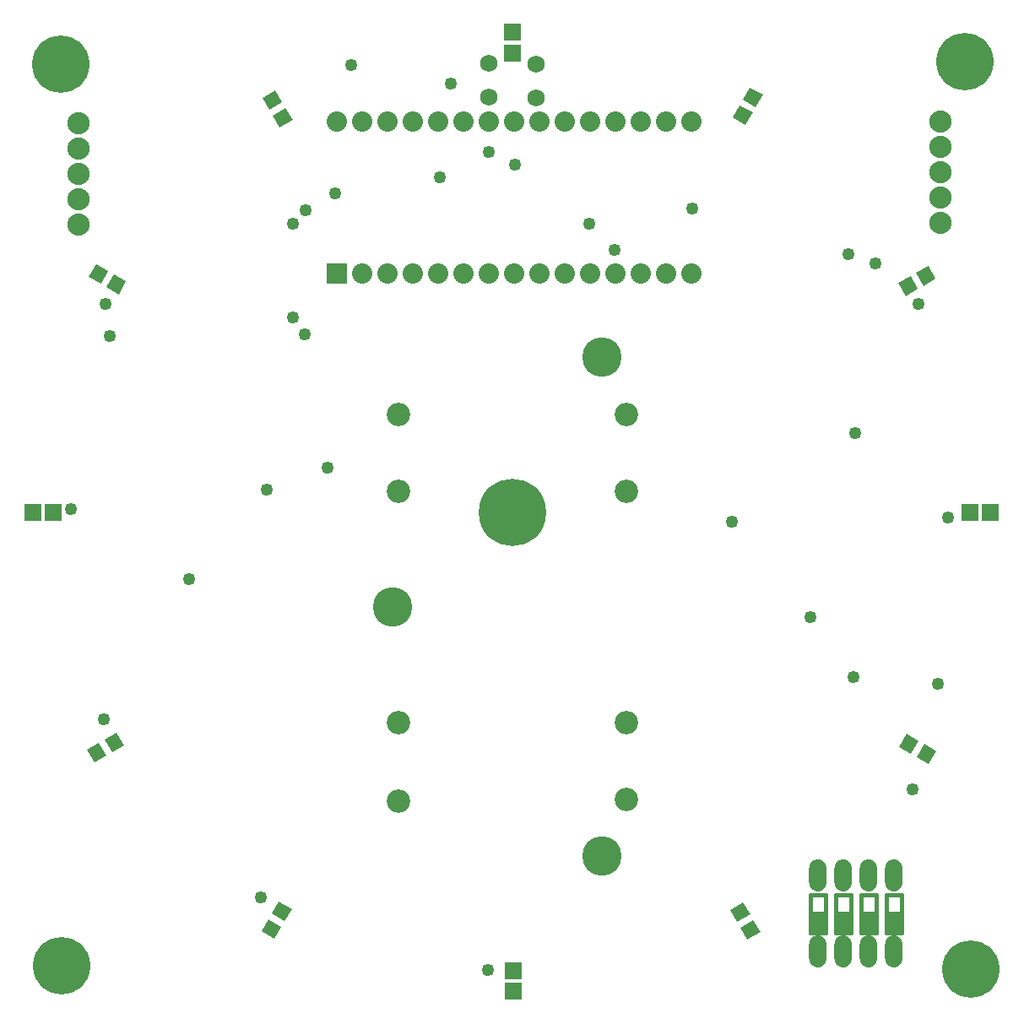
<source format=gbs>
G04 MADE WITH FRITZING*
G04 WWW.FRITZING.ORG*
G04 DOUBLE SIDED*
G04 HOLES PLATED*
G04 CONTOUR ON CENTER OF CONTOUR VECTOR*
%ASAXBY*%
%FSLAX23Y23*%
%MOIN*%
%OFA0B0*%
%SFA1.0B1.0*%
%ADD10C,0.049370*%
%ADD11C,0.068189*%
%ADD12C,0.069055*%
%ADD13C,0.080000*%
%ADD14C,0.092677*%
%ADD15C,0.265905*%
%ADD16C,0.155669*%
%ADD17C,0.226535*%
%ADD18C,0.214724*%
%ADD19C,0.088000*%
%ADD20R,0.050000X0.025000*%
%ADD21R,0.080000X0.079972*%
%ADD22R,0.069055X0.065118*%
%ADD23R,0.065118X0.069055*%
%ADD24C,0.018000*%
%ADD25C,0.010000*%
%ADD26R,0.001000X0.001000*%
%LNMASK0*%
G90*
G70*
G54D10*
X3547Y878D03*
X1721Y3663D03*
X995Y2059D03*
X1236Y2148D03*
G54D11*
X3172Y236D03*
X3272Y236D03*
X3372Y236D03*
X3472Y236D03*
X3472Y536D03*
X3372Y536D03*
X3272Y536D03*
X3172Y536D03*
X3172Y236D03*
X3272Y236D03*
X3372Y236D03*
X3472Y236D03*
X3472Y536D03*
X3372Y536D03*
X3272Y536D03*
X3172Y536D03*
G54D10*
X1328Y3737D03*
G54D12*
X1873Y3745D03*
X1873Y3611D03*
X1873Y3745D03*
X1873Y3611D03*
X2058Y3741D03*
X2058Y3607D03*
X2058Y3741D03*
X2058Y3607D03*
G54D13*
X1273Y2914D03*
X1373Y2914D03*
X1473Y2914D03*
X1573Y2914D03*
X1673Y2914D03*
X1773Y2914D03*
X1873Y2914D03*
X1973Y2914D03*
X2073Y2914D03*
X2173Y2914D03*
X2273Y2914D03*
X2373Y2914D03*
X2473Y2914D03*
X2573Y2914D03*
X2673Y2914D03*
X1273Y3514D03*
X1373Y3514D03*
X1473Y3514D03*
X1573Y3514D03*
X1673Y3514D03*
X1773Y3514D03*
X1873Y3514D03*
X1973Y3514D03*
X2073Y3514D03*
X2173Y3514D03*
X2273Y3514D03*
X2373Y3514D03*
X2473Y3514D03*
X2573Y3514D03*
X2673Y3514D03*
G54D10*
X1870Y165D03*
X973Y450D03*
X351Y1153D03*
X358Y2792D03*
X377Y2666D03*
X688Y1708D03*
X223Y1982D03*
X1100Y2739D03*
X1147Y2672D03*
X1150Y3165D03*
X1100Y3110D03*
X2269Y3110D03*
X2675Y3169D03*
X3141Y1556D03*
X2370Y3008D03*
X3398Y2954D03*
X3569Y2794D03*
X3644Y1294D03*
X3685Y1949D03*
X3313Y1319D03*
X3292Y2989D03*
X3320Y2285D03*
X2832Y1934D03*
X1678Y3293D03*
X1975Y3345D03*
X1267Y3230D03*
X1873Y3392D03*
G54D14*
X2415Y2358D03*
X2415Y2055D03*
X1515Y2055D03*
X1515Y2358D03*
X1515Y829D03*
X1515Y1140D03*
X2415Y1140D03*
X2415Y837D03*
G54D15*
X1965Y1971D03*
G54D16*
X2319Y2582D03*
X1492Y1597D03*
X2319Y613D03*
G54D17*
X184Y181D03*
X3751Y3749D03*
X183Y3741D03*
X3776Y167D03*
G54D18*
X1969Y1971D03*
G54D19*
X252Y3106D03*
X252Y3206D03*
X252Y3306D03*
X252Y3406D03*
X252Y3506D03*
X3657Y3114D03*
X3657Y3214D03*
X3657Y3314D03*
X3657Y3414D03*
X3657Y3514D03*
G54D20*
X3472Y379D03*
X3472Y354D03*
X3472Y329D03*
X3372Y379D03*
X3372Y354D03*
X3372Y329D03*
X3272Y379D03*
X3272Y354D03*
X3272Y329D03*
X3172Y379D03*
X3172Y354D03*
X3172Y329D03*
G54D21*
X1273Y2914D03*
G54D22*
X1966Y3866D03*
X1966Y3785D03*
G54D23*
X71Y1969D03*
X151Y1969D03*
X3852Y1970D03*
X3771Y1970D03*
G54D22*
X1969Y79D03*
X1969Y160D03*
G54D24*
X3442Y461D02*
X3442Y311D01*
D02*
X3442Y461D02*
X3502Y461D01*
D02*
X3502Y311D02*
X3502Y461D01*
D02*
X3502Y311D02*
X3442Y311D01*
D02*
X3342Y461D02*
X3342Y311D01*
D02*
X3342Y461D02*
X3402Y461D01*
D02*
X3402Y311D02*
X3402Y461D01*
D02*
X3402Y311D02*
X3342Y311D01*
D02*
X3242Y461D02*
X3242Y311D01*
D02*
X3242Y461D02*
X3302Y461D01*
D02*
X3302Y311D02*
X3302Y461D01*
D02*
X3302Y311D02*
X3242Y311D01*
D02*
X3142Y461D02*
X3142Y311D01*
D02*
X3142Y461D02*
X3202Y461D01*
D02*
X3202Y311D02*
X3202Y461D01*
D02*
X3202Y311D02*
X3142Y311D01*
G54D25*
G36*
X293Y2899D02*
X322Y2950D01*
X370Y2923D01*
X341Y2872D01*
X293Y2899D01*
G37*
D02*
G36*
X363Y2859D02*
X392Y2910D01*
X440Y2883D01*
X411Y2831D01*
X363Y2859D01*
G37*
D02*
G36*
X2903Y3648D02*
X2954Y3619D01*
X2927Y3571D01*
X2876Y3600D01*
X2903Y3648D01*
G37*
D02*
G36*
X2863Y3578D02*
X2914Y3549D01*
X2886Y3501D01*
X2835Y3530D01*
X2863Y3578D01*
G37*
D02*
G36*
X3608Y2944D02*
X3637Y2893D01*
X3589Y2865D01*
X3560Y2917D01*
X3608Y2944D01*
G37*
D02*
G36*
X3538Y2904D02*
X3567Y2853D01*
X3519Y2825D01*
X3490Y2876D01*
X3538Y2904D01*
G37*
D02*
G36*
X315Y982D02*
X285Y1033D01*
X333Y1060D01*
X363Y1009D01*
X315Y982D01*
G37*
D02*
G36*
X385Y1022D02*
X355Y1073D01*
X403Y1101D01*
X433Y1050D01*
X385Y1022D01*
G37*
D02*
G36*
X1026Y286D02*
X975Y316D01*
X1002Y364D01*
X1053Y334D01*
X1026Y286D01*
G37*
D02*
G36*
X1066Y356D02*
X1015Y386D01*
X1043Y434D01*
X1094Y404D01*
X1066Y356D01*
G37*
D02*
G36*
X2944Y312D02*
X2893Y283D01*
X2865Y331D01*
X2917Y360D01*
X2944Y312D01*
G37*
D02*
G36*
X2904Y382D02*
X2853Y353D01*
X2825Y400D01*
X2876Y430D01*
X2904Y382D01*
G37*
D02*
G36*
X979Y3608D02*
X1030Y3638D01*
X1057Y3590D01*
X1006Y3561D01*
X979Y3608D01*
G37*
D02*
G36*
X1019Y3538D02*
X1070Y3568D01*
X1098Y3520D01*
X1046Y3491D01*
X1019Y3538D01*
G37*
D02*
G36*
X3639Y1028D02*
X3609Y977D01*
X3562Y1004D01*
X3591Y1056D01*
X3639Y1028D01*
G37*
D02*
G36*
X3569Y1068D02*
X3539Y1017D01*
X3492Y1045D01*
X3521Y1096D01*
X3569Y1068D01*
G37*
D02*
G54D26*
X3165Y599D02*
X3177Y599D01*
X3265Y599D02*
X3277Y599D01*
X3365Y599D02*
X3377Y599D01*
X3465Y599D02*
X3477Y599D01*
X3161Y598D02*
X3181Y598D01*
X3261Y598D02*
X3281Y598D01*
X3361Y598D02*
X3381Y598D01*
X3461Y598D02*
X3481Y598D01*
X3158Y597D02*
X3184Y597D01*
X3258Y597D02*
X3284Y597D01*
X3358Y597D02*
X3384Y597D01*
X3458Y597D02*
X3484Y597D01*
X3156Y596D02*
X3186Y596D01*
X3256Y596D02*
X3286Y596D01*
X3356Y596D02*
X3386Y596D01*
X3456Y596D02*
X3486Y596D01*
X3154Y595D02*
X3188Y595D01*
X3254Y595D02*
X3288Y595D01*
X3354Y595D02*
X3388Y595D01*
X3454Y595D02*
X3488Y595D01*
X3153Y594D02*
X3189Y594D01*
X3253Y594D02*
X3289Y594D01*
X3353Y594D02*
X3389Y594D01*
X3453Y594D02*
X3489Y594D01*
X3151Y593D02*
X3191Y593D01*
X3251Y593D02*
X3291Y593D01*
X3351Y593D02*
X3391Y593D01*
X3451Y593D02*
X3491Y593D01*
X3150Y592D02*
X3192Y592D01*
X3250Y592D02*
X3292Y592D01*
X3350Y592D02*
X3392Y592D01*
X3450Y592D02*
X3492Y592D01*
X3149Y591D02*
X3193Y591D01*
X3249Y591D02*
X3293Y591D01*
X3349Y591D02*
X3393Y591D01*
X3449Y591D02*
X3493Y591D01*
X3148Y590D02*
X3194Y590D01*
X3248Y590D02*
X3294Y590D01*
X3348Y590D02*
X3394Y590D01*
X3448Y590D02*
X3494Y590D01*
X3147Y589D02*
X3195Y589D01*
X3247Y589D02*
X3295Y589D01*
X3347Y589D02*
X3395Y589D01*
X3447Y589D02*
X3495Y589D01*
X3146Y588D02*
X3196Y588D01*
X3246Y588D02*
X3296Y588D01*
X3346Y588D02*
X3396Y588D01*
X3446Y588D02*
X3496Y588D01*
X3145Y587D02*
X3197Y587D01*
X3245Y587D02*
X3297Y587D01*
X3345Y587D02*
X3397Y587D01*
X3445Y587D02*
X3497Y587D01*
X3144Y586D02*
X3198Y586D01*
X3244Y586D02*
X3298Y586D01*
X3344Y586D02*
X3398Y586D01*
X3444Y586D02*
X3498Y586D01*
X3144Y585D02*
X3199Y585D01*
X3244Y585D02*
X3299Y585D01*
X3344Y585D02*
X3399Y585D01*
X3444Y585D02*
X3499Y585D01*
X3143Y584D02*
X3199Y584D01*
X3243Y584D02*
X3299Y584D01*
X3343Y584D02*
X3399Y584D01*
X3443Y584D02*
X3499Y584D01*
X3142Y583D02*
X3200Y583D01*
X3242Y583D02*
X3300Y583D01*
X3342Y583D02*
X3400Y583D01*
X3442Y583D02*
X3500Y583D01*
X3142Y582D02*
X3200Y582D01*
X3242Y582D02*
X3300Y582D01*
X3342Y582D02*
X3400Y582D01*
X3442Y582D02*
X3500Y582D01*
X3141Y581D02*
X3201Y581D01*
X3241Y581D02*
X3301Y581D01*
X3341Y581D02*
X3401Y581D01*
X3441Y581D02*
X3501Y581D01*
X3141Y580D02*
X3201Y580D01*
X3241Y580D02*
X3301Y580D01*
X3341Y580D02*
X3401Y580D01*
X3441Y580D02*
X3501Y580D01*
X3140Y579D02*
X3202Y579D01*
X3240Y579D02*
X3302Y579D01*
X3340Y579D02*
X3402Y579D01*
X3440Y579D02*
X3502Y579D01*
X3140Y578D02*
X3202Y578D01*
X3240Y578D02*
X3302Y578D01*
X3340Y578D02*
X3402Y578D01*
X3440Y578D02*
X3502Y578D01*
X3140Y577D02*
X3203Y577D01*
X3240Y577D02*
X3303Y577D01*
X3340Y577D02*
X3403Y577D01*
X3440Y577D02*
X3503Y577D01*
X3139Y576D02*
X3203Y576D01*
X3239Y576D02*
X3303Y576D01*
X3339Y576D02*
X3403Y576D01*
X3439Y576D02*
X3503Y576D01*
X3139Y575D02*
X3203Y575D01*
X3239Y575D02*
X3303Y575D01*
X3339Y575D02*
X3403Y575D01*
X3439Y575D02*
X3503Y575D01*
X3139Y574D02*
X3204Y574D01*
X3239Y574D02*
X3304Y574D01*
X3339Y574D02*
X3404Y574D01*
X3439Y574D02*
X3504Y574D01*
X3138Y573D02*
X3204Y573D01*
X3238Y573D02*
X3304Y573D01*
X3338Y573D02*
X3404Y573D01*
X3438Y573D02*
X3504Y573D01*
X3138Y572D02*
X3204Y572D01*
X3238Y572D02*
X3304Y572D01*
X3338Y572D02*
X3404Y572D01*
X3438Y572D02*
X3504Y572D01*
X3138Y571D02*
X3204Y571D01*
X3238Y571D02*
X3304Y571D01*
X3338Y571D02*
X3404Y571D01*
X3438Y571D02*
X3504Y571D01*
X3138Y570D02*
X3204Y570D01*
X3238Y570D02*
X3304Y570D01*
X3338Y570D02*
X3404Y570D01*
X3438Y570D02*
X3504Y570D01*
X3138Y569D02*
X3204Y569D01*
X3238Y569D02*
X3304Y569D01*
X3338Y569D02*
X3404Y569D01*
X3438Y569D02*
X3504Y569D01*
X3138Y568D02*
X3205Y568D01*
X3238Y568D02*
X3305Y568D01*
X3338Y568D02*
X3405Y568D01*
X3438Y568D02*
X3505Y568D01*
X3138Y567D02*
X3205Y567D01*
X3238Y567D02*
X3305Y567D01*
X3338Y567D02*
X3405Y567D01*
X3438Y567D02*
X3505Y567D01*
X3137Y566D02*
X3205Y566D01*
X3237Y566D02*
X3305Y566D01*
X3337Y566D02*
X3405Y566D01*
X3437Y566D02*
X3505Y566D01*
X3137Y565D02*
X3205Y565D01*
X3237Y565D02*
X3305Y565D01*
X3337Y565D02*
X3405Y565D01*
X3437Y565D02*
X3505Y565D01*
X3137Y564D02*
X3205Y564D01*
X3237Y564D02*
X3305Y564D01*
X3337Y564D02*
X3405Y564D01*
X3437Y564D02*
X3505Y564D01*
X3137Y563D02*
X3205Y563D01*
X3237Y563D02*
X3305Y563D01*
X3337Y563D02*
X3405Y563D01*
X3437Y563D02*
X3505Y563D01*
X3137Y562D02*
X3205Y562D01*
X3237Y562D02*
X3305Y562D01*
X3337Y562D02*
X3405Y562D01*
X3437Y562D02*
X3505Y562D01*
X3137Y561D02*
X3205Y561D01*
X3237Y561D02*
X3305Y561D01*
X3337Y561D02*
X3405Y561D01*
X3437Y561D02*
X3505Y561D01*
X3137Y560D02*
X3205Y560D01*
X3237Y560D02*
X3305Y560D01*
X3337Y560D02*
X3405Y560D01*
X3437Y560D02*
X3505Y560D01*
X3137Y559D02*
X3205Y559D01*
X3237Y559D02*
X3305Y559D01*
X3337Y559D02*
X3405Y559D01*
X3437Y559D02*
X3505Y559D01*
X3137Y558D02*
X3205Y558D01*
X3237Y558D02*
X3305Y558D01*
X3337Y558D02*
X3405Y558D01*
X3437Y558D02*
X3505Y558D01*
X3137Y557D02*
X3205Y557D01*
X3237Y557D02*
X3305Y557D01*
X3337Y557D02*
X3405Y557D01*
X3437Y557D02*
X3505Y557D01*
X3137Y556D02*
X3205Y556D01*
X3237Y556D02*
X3305Y556D01*
X3337Y556D02*
X3405Y556D01*
X3437Y556D02*
X3505Y556D01*
X3137Y555D02*
X3205Y555D01*
X3237Y555D02*
X3305Y555D01*
X3337Y555D02*
X3405Y555D01*
X3437Y555D02*
X3505Y555D01*
X3137Y554D02*
X3205Y554D01*
X3237Y554D02*
X3305Y554D01*
X3337Y554D02*
X3405Y554D01*
X3437Y554D02*
X3505Y554D01*
X3137Y553D02*
X3205Y553D01*
X3237Y553D02*
X3305Y553D01*
X3337Y553D02*
X3405Y553D01*
X3437Y553D02*
X3505Y553D01*
X3137Y552D02*
X3205Y552D01*
X3237Y552D02*
X3305Y552D01*
X3337Y552D02*
X3405Y552D01*
X3437Y552D02*
X3505Y552D01*
X3137Y551D02*
X3205Y551D01*
X3237Y551D02*
X3305Y551D01*
X3337Y551D02*
X3405Y551D01*
X3437Y551D02*
X3505Y551D01*
X3137Y550D02*
X3166Y550D01*
X3176Y550D02*
X3205Y550D01*
X3237Y550D02*
X3266Y550D01*
X3276Y550D02*
X3305Y550D01*
X3337Y550D02*
X3366Y550D01*
X3376Y550D02*
X3405Y550D01*
X3437Y550D02*
X3466Y550D01*
X3476Y550D02*
X3505Y550D01*
X3137Y549D02*
X3164Y549D01*
X3178Y549D02*
X3205Y549D01*
X3237Y549D02*
X3264Y549D01*
X3278Y549D02*
X3305Y549D01*
X3337Y549D02*
X3364Y549D01*
X3378Y549D02*
X3405Y549D01*
X3437Y549D02*
X3464Y549D01*
X3478Y549D02*
X3505Y549D01*
X3137Y548D02*
X3162Y548D01*
X3180Y548D02*
X3205Y548D01*
X3237Y548D02*
X3262Y548D01*
X3280Y548D02*
X3305Y548D01*
X3337Y548D02*
X3362Y548D01*
X3380Y548D02*
X3405Y548D01*
X3437Y548D02*
X3462Y548D01*
X3480Y548D02*
X3505Y548D01*
X3137Y547D02*
X3161Y547D01*
X3181Y547D02*
X3205Y547D01*
X3237Y547D02*
X3261Y547D01*
X3281Y547D02*
X3305Y547D01*
X3337Y547D02*
X3361Y547D01*
X3381Y547D02*
X3405Y547D01*
X3437Y547D02*
X3461Y547D01*
X3481Y547D02*
X3505Y547D01*
X3137Y546D02*
X3160Y546D01*
X3182Y546D02*
X3205Y546D01*
X3237Y546D02*
X3260Y546D01*
X3282Y546D02*
X3305Y546D01*
X3337Y546D02*
X3360Y546D01*
X3382Y546D02*
X3405Y546D01*
X3437Y546D02*
X3460Y546D01*
X3482Y546D02*
X3505Y546D01*
X3137Y545D02*
X3159Y545D01*
X3183Y545D02*
X3205Y545D01*
X3237Y545D02*
X3259Y545D01*
X3283Y545D02*
X3305Y545D01*
X3337Y545D02*
X3359Y545D01*
X3383Y545D02*
X3405Y545D01*
X3437Y545D02*
X3459Y545D01*
X3483Y545D02*
X3505Y545D01*
X3137Y544D02*
X3159Y544D01*
X3184Y544D02*
X3205Y544D01*
X3237Y544D02*
X3259Y544D01*
X3284Y544D02*
X3305Y544D01*
X3337Y544D02*
X3359Y544D01*
X3384Y544D02*
X3405Y544D01*
X3437Y544D02*
X3459Y544D01*
X3484Y544D02*
X3505Y544D01*
X3137Y543D02*
X3158Y543D01*
X3184Y543D02*
X3205Y543D01*
X3237Y543D02*
X3258Y543D01*
X3284Y543D02*
X3305Y543D01*
X3337Y543D02*
X3358Y543D01*
X3384Y543D02*
X3405Y543D01*
X3437Y543D02*
X3458Y543D01*
X3484Y543D02*
X3505Y543D01*
X3137Y542D02*
X3157Y542D01*
X3185Y542D02*
X3205Y542D01*
X3237Y542D02*
X3257Y542D01*
X3285Y542D02*
X3305Y542D01*
X3337Y542D02*
X3357Y542D01*
X3385Y542D02*
X3405Y542D01*
X3437Y542D02*
X3457Y542D01*
X3485Y542D02*
X3505Y542D01*
X3137Y541D02*
X3157Y541D01*
X3185Y541D02*
X3205Y541D01*
X3237Y541D02*
X3257Y541D01*
X3285Y541D02*
X3305Y541D01*
X3337Y541D02*
X3357Y541D01*
X3385Y541D02*
X3405Y541D01*
X3437Y541D02*
X3457Y541D01*
X3485Y541D02*
X3505Y541D01*
X3137Y540D02*
X3157Y540D01*
X3185Y540D02*
X3205Y540D01*
X3237Y540D02*
X3257Y540D01*
X3285Y540D02*
X3305Y540D01*
X3337Y540D02*
X3357Y540D01*
X3385Y540D02*
X3405Y540D01*
X3437Y540D02*
X3457Y540D01*
X3485Y540D02*
X3505Y540D01*
X3137Y539D02*
X3157Y539D01*
X3185Y539D02*
X3205Y539D01*
X3237Y539D02*
X3257Y539D01*
X3285Y539D02*
X3305Y539D01*
X3337Y539D02*
X3357Y539D01*
X3385Y539D02*
X3405Y539D01*
X3437Y539D02*
X3457Y539D01*
X3485Y539D02*
X3505Y539D01*
X3137Y538D02*
X3157Y538D01*
X3186Y538D02*
X3205Y538D01*
X3237Y538D02*
X3257Y538D01*
X3286Y538D02*
X3305Y538D01*
X3337Y538D02*
X3357Y538D01*
X3386Y538D02*
X3405Y538D01*
X3437Y538D02*
X3457Y538D01*
X3486Y538D02*
X3505Y538D01*
X3137Y537D02*
X3156Y537D01*
X3186Y537D02*
X3205Y537D01*
X3237Y537D02*
X3256Y537D01*
X3286Y537D02*
X3305Y537D01*
X3337Y537D02*
X3356Y537D01*
X3386Y537D02*
X3405Y537D01*
X3437Y537D02*
X3456Y537D01*
X3486Y537D02*
X3505Y537D01*
X3137Y536D02*
X3157Y536D01*
X3186Y536D02*
X3205Y536D01*
X3237Y536D02*
X3257Y536D01*
X3286Y536D02*
X3305Y536D01*
X3337Y536D02*
X3357Y536D01*
X3386Y536D02*
X3405Y536D01*
X3437Y536D02*
X3457Y536D01*
X3486Y536D02*
X3505Y536D01*
X3137Y535D02*
X3157Y535D01*
X3186Y535D02*
X3205Y535D01*
X3237Y535D02*
X3257Y535D01*
X3286Y535D02*
X3305Y535D01*
X3337Y535D02*
X3357Y535D01*
X3386Y535D02*
X3405Y535D01*
X3437Y535D02*
X3457Y535D01*
X3486Y535D02*
X3505Y535D01*
X3137Y534D02*
X3157Y534D01*
X3185Y534D02*
X3205Y534D01*
X3237Y534D02*
X3257Y534D01*
X3285Y534D02*
X3305Y534D01*
X3337Y534D02*
X3357Y534D01*
X3385Y534D02*
X3405Y534D01*
X3437Y534D02*
X3457Y534D01*
X3485Y534D02*
X3505Y534D01*
X3137Y533D02*
X3157Y533D01*
X3185Y533D02*
X3205Y533D01*
X3237Y533D02*
X3257Y533D01*
X3285Y533D02*
X3305Y533D01*
X3337Y533D02*
X3357Y533D01*
X3385Y533D02*
X3405Y533D01*
X3437Y533D02*
X3457Y533D01*
X3485Y533D02*
X3505Y533D01*
X3137Y532D02*
X3157Y532D01*
X3185Y532D02*
X3205Y532D01*
X3237Y532D02*
X3257Y532D01*
X3285Y532D02*
X3305Y532D01*
X3337Y532D02*
X3357Y532D01*
X3385Y532D02*
X3405Y532D01*
X3437Y532D02*
X3457Y532D01*
X3485Y532D02*
X3505Y532D01*
X3137Y531D02*
X3158Y531D01*
X3185Y531D02*
X3205Y531D01*
X3237Y531D02*
X3258Y531D01*
X3285Y531D02*
X3305Y531D01*
X3337Y531D02*
X3358Y531D01*
X3385Y531D02*
X3405Y531D01*
X3437Y531D02*
X3458Y531D01*
X3485Y531D02*
X3505Y531D01*
X3137Y530D02*
X3158Y530D01*
X3184Y530D02*
X3205Y530D01*
X3237Y530D02*
X3258Y530D01*
X3284Y530D02*
X3305Y530D01*
X3337Y530D02*
X3358Y530D01*
X3384Y530D02*
X3405Y530D01*
X3437Y530D02*
X3458Y530D01*
X3484Y530D02*
X3505Y530D01*
X3137Y529D02*
X3159Y529D01*
X3183Y529D02*
X3205Y529D01*
X3237Y529D02*
X3259Y529D01*
X3283Y529D02*
X3305Y529D01*
X3337Y529D02*
X3359Y529D01*
X3383Y529D02*
X3405Y529D01*
X3437Y529D02*
X3459Y529D01*
X3483Y529D02*
X3505Y529D01*
X3137Y528D02*
X3159Y528D01*
X3183Y528D02*
X3205Y528D01*
X3237Y528D02*
X3259Y528D01*
X3283Y528D02*
X3305Y528D01*
X3337Y528D02*
X3359Y528D01*
X3383Y528D02*
X3405Y528D01*
X3437Y528D02*
X3459Y528D01*
X3483Y528D02*
X3505Y528D01*
X3137Y527D02*
X3160Y527D01*
X3182Y527D02*
X3205Y527D01*
X3237Y527D02*
X3260Y527D01*
X3282Y527D02*
X3305Y527D01*
X3337Y527D02*
X3360Y527D01*
X3382Y527D02*
X3405Y527D01*
X3437Y527D02*
X3460Y527D01*
X3482Y527D02*
X3505Y527D01*
X3137Y526D02*
X3161Y526D01*
X3181Y526D02*
X3205Y526D01*
X3237Y526D02*
X3261Y526D01*
X3281Y526D02*
X3305Y526D01*
X3337Y526D02*
X3361Y526D01*
X3381Y526D02*
X3405Y526D01*
X3437Y526D02*
X3461Y526D01*
X3481Y526D02*
X3505Y526D01*
X3137Y525D02*
X3162Y525D01*
X3180Y525D02*
X3205Y525D01*
X3237Y525D02*
X3262Y525D01*
X3280Y525D02*
X3305Y525D01*
X3337Y525D02*
X3362Y525D01*
X3380Y525D02*
X3405Y525D01*
X3437Y525D02*
X3462Y525D01*
X3480Y525D02*
X3505Y525D01*
X3137Y524D02*
X3164Y524D01*
X3178Y524D02*
X3205Y524D01*
X3237Y524D02*
X3264Y524D01*
X3278Y524D02*
X3305Y524D01*
X3337Y524D02*
X3364Y524D01*
X3378Y524D02*
X3405Y524D01*
X3437Y524D02*
X3464Y524D01*
X3478Y524D02*
X3505Y524D01*
X3137Y523D02*
X3167Y523D01*
X3175Y523D02*
X3205Y523D01*
X3237Y523D02*
X3267Y523D01*
X3275Y523D02*
X3305Y523D01*
X3337Y523D02*
X3367Y523D01*
X3375Y523D02*
X3405Y523D01*
X3437Y523D02*
X3467Y523D01*
X3475Y523D02*
X3505Y523D01*
X3137Y522D02*
X3205Y522D01*
X3237Y522D02*
X3305Y522D01*
X3337Y522D02*
X3405Y522D01*
X3437Y522D02*
X3505Y522D01*
X3137Y521D02*
X3205Y521D01*
X3237Y521D02*
X3305Y521D01*
X3337Y521D02*
X3405Y521D01*
X3437Y521D02*
X3505Y521D01*
X3137Y520D02*
X3205Y520D01*
X3237Y520D02*
X3305Y520D01*
X3337Y520D02*
X3405Y520D01*
X3437Y520D02*
X3505Y520D01*
X3137Y519D02*
X3205Y519D01*
X3237Y519D02*
X3305Y519D01*
X3337Y519D02*
X3405Y519D01*
X3437Y519D02*
X3505Y519D01*
X3137Y518D02*
X3205Y518D01*
X3237Y518D02*
X3305Y518D01*
X3337Y518D02*
X3405Y518D01*
X3437Y518D02*
X3505Y518D01*
X3137Y517D02*
X3205Y517D01*
X3237Y517D02*
X3305Y517D01*
X3337Y517D02*
X3405Y517D01*
X3437Y517D02*
X3505Y517D01*
X3137Y516D02*
X3205Y516D01*
X3237Y516D02*
X3305Y516D01*
X3337Y516D02*
X3405Y516D01*
X3437Y516D02*
X3505Y516D01*
X3137Y515D02*
X3205Y515D01*
X3237Y515D02*
X3305Y515D01*
X3337Y515D02*
X3405Y515D01*
X3437Y515D02*
X3505Y515D01*
X3137Y514D02*
X3205Y514D01*
X3237Y514D02*
X3305Y514D01*
X3337Y514D02*
X3405Y514D01*
X3437Y514D02*
X3505Y514D01*
X3137Y513D02*
X3205Y513D01*
X3237Y513D02*
X3305Y513D01*
X3337Y513D02*
X3405Y513D01*
X3437Y513D02*
X3505Y513D01*
X3137Y512D02*
X3205Y512D01*
X3237Y512D02*
X3305Y512D01*
X3337Y512D02*
X3405Y512D01*
X3437Y512D02*
X3505Y512D01*
X3137Y511D02*
X3205Y511D01*
X3237Y511D02*
X3305Y511D01*
X3337Y511D02*
X3405Y511D01*
X3437Y511D02*
X3505Y511D01*
X3137Y510D02*
X3205Y510D01*
X3237Y510D02*
X3305Y510D01*
X3337Y510D02*
X3405Y510D01*
X3437Y510D02*
X3505Y510D01*
X3137Y509D02*
X3205Y509D01*
X3237Y509D02*
X3305Y509D01*
X3337Y509D02*
X3405Y509D01*
X3437Y509D02*
X3505Y509D01*
X3137Y508D02*
X3205Y508D01*
X3237Y508D02*
X3305Y508D01*
X3337Y508D02*
X3405Y508D01*
X3437Y508D02*
X3505Y508D01*
X3137Y507D02*
X3205Y507D01*
X3237Y507D02*
X3305Y507D01*
X3337Y507D02*
X3405Y507D01*
X3437Y507D02*
X3505Y507D01*
X3138Y506D02*
X3205Y506D01*
X3238Y506D02*
X3305Y506D01*
X3338Y506D02*
X3405Y506D01*
X3438Y506D02*
X3505Y506D01*
X3138Y505D02*
X3205Y505D01*
X3238Y505D02*
X3305Y505D01*
X3338Y505D02*
X3405Y505D01*
X3438Y505D02*
X3505Y505D01*
X3138Y504D02*
X3204Y504D01*
X3238Y504D02*
X3304Y504D01*
X3338Y504D02*
X3404Y504D01*
X3438Y504D02*
X3504Y504D01*
X3138Y503D02*
X3204Y503D01*
X3238Y503D02*
X3304Y503D01*
X3338Y503D02*
X3404Y503D01*
X3438Y503D02*
X3504Y503D01*
X3138Y502D02*
X3204Y502D01*
X3238Y502D02*
X3304Y502D01*
X3338Y502D02*
X3404Y502D01*
X3438Y502D02*
X3504Y502D01*
X3138Y501D02*
X3204Y501D01*
X3238Y501D02*
X3304Y501D01*
X3338Y501D02*
X3404Y501D01*
X3438Y501D02*
X3504Y501D01*
X3138Y500D02*
X3204Y500D01*
X3238Y500D02*
X3304Y500D01*
X3338Y500D02*
X3404Y500D01*
X3438Y500D02*
X3504Y500D01*
X3139Y499D02*
X3203Y499D01*
X3239Y499D02*
X3303Y499D01*
X3339Y499D02*
X3403Y499D01*
X3439Y499D02*
X3503Y499D01*
X3139Y498D02*
X3203Y498D01*
X3239Y498D02*
X3303Y498D01*
X3339Y498D02*
X3403Y498D01*
X3439Y498D02*
X3503Y498D01*
X3139Y497D02*
X3203Y497D01*
X3239Y497D02*
X3303Y497D01*
X3339Y497D02*
X3403Y497D01*
X3439Y497D02*
X3503Y497D01*
X3140Y496D02*
X3203Y496D01*
X3240Y496D02*
X3303Y496D01*
X3340Y496D02*
X3403Y496D01*
X3440Y496D02*
X3503Y496D01*
X3140Y495D02*
X3202Y495D01*
X3240Y495D02*
X3302Y495D01*
X3340Y495D02*
X3402Y495D01*
X3440Y495D02*
X3502Y495D01*
X3140Y494D02*
X3202Y494D01*
X3240Y494D02*
X3302Y494D01*
X3340Y494D02*
X3402Y494D01*
X3440Y494D02*
X3502Y494D01*
X3141Y493D02*
X3201Y493D01*
X3241Y493D02*
X3301Y493D01*
X3341Y493D02*
X3401Y493D01*
X3441Y493D02*
X3501Y493D01*
X3141Y492D02*
X3201Y492D01*
X3241Y492D02*
X3301Y492D01*
X3341Y492D02*
X3401Y492D01*
X3441Y492D02*
X3501Y492D01*
X3142Y491D02*
X3200Y491D01*
X3242Y491D02*
X3300Y491D01*
X3342Y491D02*
X3400Y491D01*
X3442Y491D02*
X3500Y491D01*
X3142Y490D02*
X3200Y490D01*
X3242Y490D02*
X3300Y490D01*
X3342Y490D02*
X3400Y490D01*
X3442Y490D02*
X3500Y490D01*
X3143Y489D02*
X3199Y489D01*
X3243Y489D02*
X3299Y489D01*
X3343Y489D02*
X3399Y489D01*
X3443Y489D02*
X3499Y489D01*
X3144Y488D02*
X3198Y488D01*
X3244Y488D02*
X3298Y488D01*
X3344Y488D02*
X3398Y488D01*
X3444Y488D02*
X3498Y488D01*
X3144Y487D02*
X3198Y487D01*
X3244Y487D02*
X3298Y487D01*
X3344Y487D02*
X3398Y487D01*
X3444Y487D02*
X3498Y487D01*
X3145Y486D02*
X3197Y486D01*
X3245Y486D02*
X3297Y486D01*
X3345Y486D02*
X3397Y486D01*
X3445Y486D02*
X3497Y486D01*
X3146Y485D02*
X3196Y485D01*
X3246Y485D02*
X3296Y485D01*
X3346Y485D02*
X3396Y485D01*
X3446Y485D02*
X3496Y485D01*
X3147Y484D02*
X3195Y484D01*
X3247Y484D02*
X3295Y484D01*
X3347Y484D02*
X3395Y484D01*
X3447Y484D02*
X3495Y484D01*
X3148Y483D02*
X3194Y483D01*
X3248Y483D02*
X3294Y483D01*
X3348Y483D02*
X3394Y483D01*
X3448Y483D02*
X3494Y483D01*
X3149Y482D02*
X3193Y482D01*
X3249Y482D02*
X3293Y482D01*
X3349Y482D02*
X3393Y482D01*
X3449Y482D02*
X3493Y482D01*
X3150Y481D02*
X3192Y481D01*
X3250Y481D02*
X3292Y481D01*
X3350Y481D02*
X3392Y481D01*
X3450Y481D02*
X3492Y481D01*
X3151Y480D02*
X3191Y480D01*
X3251Y480D02*
X3291Y480D01*
X3351Y480D02*
X3391Y480D01*
X3451Y480D02*
X3491Y480D01*
X3153Y479D02*
X3189Y479D01*
X3253Y479D02*
X3289Y479D01*
X3353Y479D02*
X3389Y479D01*
X3453Y479D02*
X3489Y479D01*
X3155Y478D02*
X3188Y478D01*
X3255Y478D02*
X3288Y478D01*
X3355Y478D02*
X3388Y478D01*
X3455Y478D02*
X3488Y478D01*
X3157Y477D02*
X3186Y477D01*
X3257Y477D02*
X3286Y477D01*
X3357Y477D02*
X3386Y477D01*
X3457Y477D02*
X3486Y477D01*
X3159Y476D02*
X3183Y476D01*
X3259Y476D02*
X3283Y476D01*
X3359Y476D02*
X3383Y476D01*
X3459Y476D02*
X3483Y476D01*
X3161Y475D02*
X3181Y475D01*
X3261Y475D02*
X3281Y475D01*
X3361Y475D02*
X3381Y475D01*
X3461Y475D02*
X3481Y475D01*
X3165Y474D02*
X3177Y474D01*
X3265Y474D02*
X3277Y474D01*
X3365Y474D02*
X3377Y474D01*
X3465Y474D02*
X3477Y474D01*
X3165Y299D02*
X3177Y299D01*
X3265Y299D02*
X3277Y299D01*
X3365Y299D02*
X3377Y299D01*
X3465Y299D02*
X3477Y299D01*
X3161Y298D02*
X3181Y298D01*
X3261Y298D02*
X3281Y298D01*
X3361Y298D02*
X3381Y298D01*
X3461Y298D02*
X3481Y298D01*
X3158Y297D02*
X3184Y297D01*
X3258Y297D02*
X3284Y297D01*
X3358Y297D02*
X3384Y297D01*
X3458Y297D02*
X3484Y297D01*
X3156Y296D02*
X3186Y296D01*
X3256Y296D02*
X3286Y296D01*
X3356Y296D02*
X3386Y296D01*
X3456Y296D02*
X3486Y296D01*
X3154Y295D02*
X3188Y295D01*
X3254Y295D02*
X3288Y295D01*
X3354Y295D02*
X3388Y295D01*
X3454Y295D02*
X3488Y295D01*
X3153Y294D02*
X3189Y294D01*
X3253Y294D02*
X3289Y294D01*
X3353Y294D02*
X3389Y294D01*
X3453Y294D02*
X3489Y294D01*
X3151Y293D02*
X3191Y293D01*
X3251Y293D02*
X3291Y293D01*
X3351Y293D02*
X3391Y293D01*
X3451Y293D02*
X3491Y293D01*
X3150Y292D02*
X3192Y292D01*
X3250Y292D02*
X3292Y292D01*
X3350Y292D02*
X3392Y292D01*
X3450Y292D02*
X3492Y292D01*
X3149Y291D02*
X3193Y291D01*
X3249Y291D02*
X3293Y291D01*
X3349Y291D02*
X3393Y291D01*
X3449Y291D02*
X3493Y291D01*
X3148Y290D02*
X3194Y290D01*
X3248Y290D02*
X3294Y290D01*
X3348Y290D02*
X3394Y290D01*
X3448Y290D02*
X3494Y290D01*
X3147Y289D02*
X3195Y289D01*
X3247Y289D02*
X3295Y289D01*
X3347Y289D02*
X3395Y289D01*
X3447Y289D02*
X3495Y289D01*
X3146Y288D02*
X3196Y288D01*
X3246Y288D02*
X3296Y288D01*
X3346Y288D02*
X3396Y288D01*
X3446Y288D02*
X3496Y288D01*
X3145Y287D02*
X3197Y287D01*
X3245Y287D02*
X3297Y287D01*
X3345Y287D02*
X3397Y287D01*
X3445Y287D02*
X3497Y287D01*
X3144Y286D02*
X3198Y286D01*
X3244Y286D02*
X3298Y286D01*
X3344Y286D02*
X3398Y286D01*
X3444Y286D02*
X3498Y286D01*
X3144Y285D02*
X3199Y285D01*
X3244Y285D02*
X3299Y285D01*
X3344Y285D02*
X3399Y285D01*
X3444Y285D02*
X3499Y285D01*
X3143Y284D02*
X3199Y284D01*
X3243Y284D02*
X3299Y284D01*
X3343Y284D02*
X3399Y284D01*
X3443Y284D02*
X3499Y284D01*
X3142Y283D02*
X3200Y283D01*
X3242Y283D02*
X3300Y283D01*
X3342Y283D02*
X3400Y283D01*
X3442Y283D02*
X3500Y283D01*
X3142Y282D02*
X3200Y282D01*
X3242Y282D02*
X3300Y282D01*
X3342Y282D02*
X3400Y282D01*
X3442Y282D02*
X3500Y282D01*
X3141Y281D02*
X3201Y281D01*
X3241Y281D02*
X3301Y281D01*
X3341Y281D02*
X3401Y281D01*
X3441Y281D02*
X3501Y281D01*
X3141Y280D02*
X3201Y280D01*
X3241Y280D02*
X3301Y280D01*
X3341Y280D02*
X3401Y280D01*
X3441Y280D02*
X3501Y280D01*
X3140Y279D02*
X3202Y279D01*
X3240Y279D02*
X3302Y279D01*
X3340Y279D02*
X3402Y279D01*
X3440Y279D02*
X3502Y279D01*
X3140Y278D02*
X3202Y278D01*
X3240Y278D02*
X3302Y278D01*
X3340Y278D02*
X3402Y278D01*
X3440Y278D02*
X3502Y278D01*
X3140Y277D02*
X3203Y277D01*
X3240Y277D02*
X3303Y277D01*
X3340Y277D02*
X3403Y277D01*
X3440Y277D02*
X3503Y277D01*
X3139Y276D02*
X3203Y276D01*
X3239Y276D02*
X3303Y276D01*
X3339Y276D02*
X3403Y276D01*
X3439Y276D02*
X3503Y276D01*
X3139Y275D02*
X3203Y275D01*
X3239Y275D02*
X3303Y275D01*
X3339Y275D02*
X3403Y275D01*
X3439Y275D02*
X3503Y275D01*
X3139Y274D02*
X3204Y274D01*
X3239Y274D02*
X3304Y274D01*
X3339Y274D02*
X3404Y274D01*
X3439Y274D02*
X3504Y274D01*
X3138Y273D02*
X3204Y273D01*
X3238Y273D02*
X3304Y273D01*
X3338Y273D02*
X3404Y273D01*
X3438Y273D02*
X3504Y273D01*
X3138Y272D02*
X3204Y272D01*
X3238Y272D02*
X3304Y272D01*
X3338Y272D02*
X3404Y272D01*
X3438Y272D02*
X3504Y272D01*
X3138Y271D02*
X3204Y271D01*
X3238Y271D02*
X3304Y271D01*
X3338Y271D02*
X3404Y271D01*
X3438Y271D02*
X3504Y271D01*
X3138Y270D02*
X3204Y270D01*
X3238Y270D02*
X3304Y270D01*
X3338Y270D02*
X3404Y270D01*
X3438Y270D02*
X3504Y270D01*
X3138Y269D02*
X3204Y269D01*
X3238Y269D02*
X3304Y269D01*
X3338Y269D02*
X3404Y269D01*
X3438Y269D02*
X3504Y269D01*
X3138Y268D02*
X3205Y268D01*
X3238Y268D02*
X3305Y268D01*
X3338Y268D02*
X3405Y268D01*
X3438Y268D02*
X3505Y268D01*
X3138Y267D02*
X3205Y267D01*
X3238Y267D02*
X3305Y267D01*
X3338Y267D02*
X3405Y267D01*
X3438Y267D02*
X3505Y267D01*
X3137Y266D02*
X3205Y266D01*
X3237Y266D02*
X3305Y266D01*
X3337Y266D02*
X3405Y266D01*
X3437Y266D02*
X3505Y266D01*
X3137Y265D02*
X3205Y265D01*
X3237Y265D02*
X3305Y265D01*
X3337Y265D02*
X3405Y265D01*
X3437Y265D02*
X3505Y265D01*
X3137Y264D02*
X3205Y264D01*
X3237Y264D02*
X3305Y264D01*
X3337Y264D02*
X3405Y264D01*
X3437Y264D02*
X3505Y264D01*
X3137Y263D02*
X3205Y263D01*
X3237Y263D02*
X3305Y263D01*
X3337Y263D02*
X3405Y263D01*
X3437Y263D02*
X3505Y263D01*
X3137Y262D02*
X3205Y262D01*
X3237Y262D02*
X3305Y262D01*
X3337Y262D02*
X3405Y262D01*
X3437Y262D02*
X3505Y262D01*
X3137Y261D02*
X3205Y261D01*
X3237Y261D02*
X3305Y261D01*
X3337Y261D02*
X3405Y261D01*
X3437Y261D02*
X3505Y261D01*
X3137Y260D02*
X3205Y260D01*
X3237Y260D02*
X3305Y260D01*
X3337Y260D02*
X3405Y260D01*
X3437Y260D02*
X3505Y260D01*
X3137Y259D02*
X3205Y259D01*
X3237Y259D02*
X3305Y259D01*
X3337Y259D02*
X3405Y259D01*
X3437Y259D02*
X3505Y259D01*
X3137Y258D02*
X3205Y258D01*
X3237Y258D02*
X3305Y258D01*
X3337Y258D02*
X3405Y258D01*
X3437Y258D02*
X3505Y258D01*
X3137Y257D02*
X3205Y257D01*
X3237Y257D02*
X3305Y257D01*
X3337Y257D02*
X3405Y257D01*
X3437Y257D02*
X3505Y257D01*
X3137Y256D02*
X3205Y256D01*
X3237Y256D02*
X3305Y256D01*
X3337Y256D02*
X3405Y256D01*
X3437Y256D02*
X3505Y256D01*
X3137Y255D02*
X3205Y255D01*
X3237Y255D02*
X3305Y255D01*
X3337Y255D02*
X3405Y255D01*
X3437Y255D02*
X3505Y255D01*
X3137Y254D02*
X3205Y254D01*
X3237Y254D02*
X3305Y254D01*
X3337Y254D02*
X3405Y254D01*
X3437Y254D02*
X3505Y254D01*
X3137Y253D02*
X3205Y253D01*
X3237Y253D02*
X3305Y253D01*
X3337Y253D02*
X3405Y253D01*
X3437Y253D02*
X3505Y253D01*
X3137Y252D02*
X3205Y252D01*
X3237Y252D02*
X3305Y252D01*
X3337Y252D02*
X3405Y252D01*
X3437Y252D02*
X3505Y252D01*
X3137Y251D02*
X3205Y251D01*
X3237Y251D02*
X3305Y251D01*
X3337Y251D02*
X3405Y251D01*
X3437Y251D02*
X3505Y251D01*
X3137Y250D02*
X3166Y250D01*
X3176Y250D02*
X3205Y250D01*
X3237Y250D02*
X3266Y250D01*
X3276Y250D02*
X3305Y250D01*
X3337Y250D02*
X3366Y250D01*
X3376Y250D02*
X3405Y250D01*
X3437Y250D02*
X3466Y250D01*
X3476Y250D02*
X3505Y250D01*
X3137Y249D02*
X3164Y249D01*
X3178Y249D02*
X3205Y249D01*
X3237Y249D02*
X3264Y249D01*
X3278Y249D02*
X3305Y249D01*
X3337Y249D02*
X3364Y249D01*
X3378Y249D02*
X3405Y249D01*
X3437Y249D02*
X3464Y249D01*
X3478Y249D02*
X3505Y249D01*
X3137Y248D02*
X3162Y248D01*
X3180Y248D02*
X3205Y248D01*
X3237Y248D02*
X3262Y248D01*
X3280Y248D02*
X3305Y248D01*
X3337Y248D02*
X3362Y248D01*
X3380Y248D02*
X3405Y248D01*
X3437Y248D02*
X3462Y248D01*
X3480Y248D02*
X3505Y248D01*
X3137Y247D02*
X3161Y247D01*
X3181Y247D02*
X3205Y247D01*
X3237Y247D02*
X3261Y247D01*
X3281Y247D02*
X3305Y247D01*
X3337Y247D02*
X3361Y247D01*
X3381Y247D02*
X3405Y247D01*
X3437Y247D02*
X3461Y247D01*
X3481Y247D02*
X3505Y247D01*
X3137Y246D02*
X3160Y246D01*
X3182Y246D02*
X3205Y246D01*
X3237Y246D02*
X3260Y246D01*
X3282Y246D02*
X3305Y246D01*
X3337Y246D02*
X3360Y246D01*
X3382Y246D02*
X3405Y246D01*
X3437Y246D02*
X3460Y246D01*
X3482Y246D02*
X3505Y246D01*
X3137Y245D02*
X3159Y245D01*
X3183Y245D02*
X3205Y245D01*
X3237Y245D02*
X3259Y245D01*
X3283Y245D02*
X3305Y245D01*
X3337Y245D02*
X3359Y245D01*
X3383Y245D02*
X3405Y245D01*
X3437Y245D02*
X3459Y245D01*
X3483Y245D02*
X3505Y245D01*
X3137Y244D02*
X3159Y244D01*
X3184Y244D02*
X3205Y244D01*
X3237Y244D02*
X3259Y244D01*
X3284Y244D02*
X3305Y244D01*
X3337Y244D02*
X3359Y244D01*
X3384Y244D02*
X3405Y244D01*
X3437Y244D02*
X3459Y244D01*
X3484Y244D02*
X3505Y244D01*
X3137Y243D02*
X3158Y243D01*
X3184Y243D02*
X3205Y243D01*
X3237Y243D02*
X3258Y243D01*
X3284Y243D02*
X3305Y243D01*
X3337Y243D02*
X3358Y243D01*
X3384Y243D02*
X3405Y243D01*
X3437Y243D02*
X3458Y243D01*
X3484Y243D02*
X3505Y243D01*
X3137Y242D02*
X3157Y242D01*
X3185Y242D02*
X3205Y242D01*
X3237Y242D02*
X3257Y242D01*
X3285Y242D02*
X3305Y242D01*
X3337Y242D02*
X3357Y242D01*
X3385Y242D02*
X3405Y242D01*
X3437Y242D02*
X3457Y242D01*
X3485Y242D02*
X3505Y242D01*
X3137Y241D02*
X3157Y241D01*
X3185Y241D02*
X3205Y241D01*
X3237Y241D02*
X3257Y241D01*
X3285Y241D02*
X3305Y241D01*
X3337Y241D02*
X3357Y241D01*
X3385Y241D02*
X3405Y241D01*
X3437Y241D02*
X3457Y241D01*
X3485Y241D02*
X3505Y241D01*
X3137Y240D02*
X3157Y240D01*
X3185Y240D02*
X3205Y240D01*
X3237Y240D02*
X3257Y240D01*
X3285Y240D02*
X3305Y240D01*
X3337Y240D02*
X3357Y240D01*
X3385Y240D02*
X3405Y240D01*
X3437Y240D02*
X3457Y240D01*
X3485Y240D02*
X3505Y240D01*
X3137Y239D02*
X3157Y239D01*
X3185Y239D02*
X3205Y239D01*
X3237Y239D02*
X3257Y239D01*
X3285Y239D02*
X3305Y239D01*
X3337Y239D02*
X3357Y239D01*
X3385Y239D02*
X3405Y239D01*
X3437Y239D02*
X3457Y239D01*
X3485Y239D02*
X3505Y239D01*
X3137Y238D02*
X3157Y238D01*
X3186Y238D02*
X3205Y238D01*
X3237Y238D02*
X3257Y238D01*
X3286Y238D02*
X3305Y238D01*
X3337Y238D02*
X3357Y238D01*
X3386Y238D02*
X3405Y238D01*
X3437Y238D02*
X3457Y238D01*
X3486Y238D02*
X3505Y238D01*
X3137Y237D02*
X3156Y237D01*
X3186Y237D02*
X3205Y237D01*
X3237Y237D02*
X3256Y237D01*
X3286Y237D02*
X3305Y237D01*
X3337Y237D02*
X3356Y237D01*
X3386Y237D02*
X3405Y237D01*
X3437Y237D02*
X3456Y237D01*
X3486Y237D02*
X3505Y237D01*
X3137Y236D02*
X3157Y236D01*
X3186Y236D02*
X3205Y236D01*
X3237Y236D02*
X3257Y236D01*
X3286Y236D02*
X3305Y236D01*
X3337Y236D02*
X3357Y236D01*
X3386Y236D02*
X3405Y236D01*
X3437Y236D02*
X3457Y236D01*
X3486Y236D02*
X3505Y236D01*
X3137Y235D02*
X3157Y235D01*
X3186Y235D02*
X3205Y235D01*
X3237Y235D02*
X3257Y235D01*
X3286Y235D02*
X3305Y235D01*
X3337Y235D02*
X3357Y235D01*
X3386Y235D02*
X3405Y235D01*
X3437Y235D02*
X3457Y235D01*
X3486Y235D02*
X3505Y235D01*
X3137Y234D02*
X3157Y234D01*
X3185Y234D02*
X3205Y234D01*
X3237Y234D02*
X3257Y234D01*
X3285Y234D02*
X3305Y234D01*
X3337Y234D02*
X3357Y234D01*
X3385Y234D02*
X3405Y234D01*
X3437Y234D02*
X3457Y234D01*
X3485Y234D02*
X3505Y234D01*
X3137Y233D02*
X3157Y233D01*
X3185Y233D02*
X3205Y233D01*
X3237Y233D02*
X3257Y233D01*
X3285Y233D02*
X3305Y233D01*
X3337Y233D02*
X3357Y233D01*
X3385Y233D02*
X3405Y233D01*
X3437Y233D02*
X3457Y233D01*
X3485Y233D02*
X3505Y233D01*
X3137Y232D02*
X3157Y232D01*
X3185Y232D02*
X3205Y232D01*
X3237Y232D02*
X3257Y232D01*
X3285Y232D02*
X3305Y232D01*
X3337Y232D02*
X3357Y232D01*
X3385Y232D02*
X3405Y232D01*
X3437Y232D02*
X3457Y232D01*
X3485Y232D02*
X3505Y232D01*
X3137Y231D02*
X3158Y231D01*
X3185Y231D02*
X3205Y231D01*
X3237Y231D02*
X3258Y231D01*
X3285Y231D02*
X3305Y231D01*
X3337Y231D02*
X3358Y231D01*
X3385Y231D02*
X3405Y231D01*
X3437Y231D02*
X3458Y231D01*
X3485Y231D02*
X3505Y231D01*
X3137Y230D02*
X3158Y230D01*
X3184Y230D02*
X3205Y230D01*
X3237Y230D02*
X3258Y230D01*
X3284Y230D02*
X3305Y230D01*
X3337Y230D02*
X3358Y230D01*
X3384Y230D02*
X3405Y230D01*
X3437Y230D02*
X3458Y230D01*
X3484Y230D02*
X3505Y230D01*
X3137Y229D02*
X3159Y229D01*
X3183Y229D02*
X3205Y229D01*
X3237Y229D02*
X3259Y229D01*
X3283Y229D02*
X3305Y229D01*
X3337Y229D02*
X3359Y229D01*
X3383Y229D02*
X3405Y229D01*
X3437Y229D02*
X3459Y229D01*
X3483Y229D02*
X3505Y229D01*
X3137Y228D02*
X3159Y228D01*
X3183Y228D02*
X3205Y228D01*
X3237Y228D02*
X3259Y228D01*
X3283Y228D02*
X3305Y228D01*
X3337Y228D02*
X3359Y228D01*
X3383Y228D02*
X3405Y228D01*
X3437Y228D02*
X3459Y228D01*
X3483Y228D02*
X3505Y228D01*
X3137Y227D02*
X3160Y227D01*
X3182Y227D02*
X3205Y227D01*
X3237Y227D02*
X3260Y227D01*
X3282Y227D02*
X3305Y227D01*
X3337Y227D02*
X3360Y227D01*
X3382Y227D02*
X3405Y227D01*
X3437Y227D02*
X3460Y227D01*
X3482Y227D02*
X3505Y227D01*
X3137Y226D02*
X3161Y226D01*
X3181Y226D02*
X3205Y226D01*
X3237Y226D02*
X3261Y226D01*
X3281Y226D02*
X3305Y226D01*
X3337Y226D02*
X3361Y226D01*
X3381Y226D02*
X3405Y226D01*
X3437Y226D02*
X3461Y226D01*
X3481Y226D02*
X3505Y226D01*
X3137Y225D02*
X3162Y225D01*
X3180Y225D02*
X3205Y225D01*
X3237Y225D02*
X3262Y225D01*
X3280Y225D02*
X3305Y225D01*
X3337Y225D02*
X3362Y225D01*
X3380Y225D02*
X3405Y225D01*
X3437Y225D02*
X3462Y225D01*
X3480Y225D02*
X3505Y225D01*
X3137Y224D02*
X3164Y224D01*
X3178Y224D02*
X3205Y224D01*
X3237Y224D02*
X3264Y224D01*
X3278Y224D02*
X3305Y224D01*
X3337Y224D02*
X3364Y224D01*
X3378Y224D02*
X3405Y224D01*
X3437Y224D02*
X3464Y224D01*
X3478Y224D02*
X3505Y224D01*
X3137Y223D02*
X3167Y223D01*
X3175Y223D02*
X3205Y223D01*
X3237Y223D02*
X3267Y223D01*
X3275Y223D02*
X3305Y223D01*
X3337Y223D02*
X3367Y223D01*
X3375Y223D02*
X3405Y223D01*
X3437Y223D02*
X3467Y223D01*
X3475Y223D02*
X3505Y223D01*
X3137Y222D02*
X3205Y222D01*
X3237Y222D02*
X3305Y222D01*
X3337Y222D02*
X3405Y222D01*
X3437Y222D02*
X3505Y222D01*
X3137Y221D02*
X3205Y221D01*
X3237Y221D02*
X3305Y221D01*
X3337Y221D02*
X3405Y221D01*
X3437Y221D02*
X3505Y221D01*
X3137Y220D02*
X3205Y220D01*
X3237Y220D02*
X3305Y220D01*
X3337Y220D02*
X3405Y220D01*
X3437Y220D02*
X3505Y220D01*
X3137Y219D02*
X3205Y219D01*
X3237Y219D02*
X3305Y219D01*
X3337Y219D02*
X3405Y219D01*
X3437Y219D02*
X3505Y219D01*
X3137Y218D02*
X3205Y218D01*
X3237Y218D02*
X3305Y218D01*
X3337Y218D02*
X3405Y218D01*
X3437Y218D02*
X3505Y218D01*
X3137Y217D02*
X3205Y217D01*
X3237Y217D02*
X3305Y217D01*
X3337Y217D02*
X3405Y217D01*
X3437Y217D02*
X3505Y217D01*
X3137Y216D02*
X3205Y216D01*
X3237Y216D02*
X3305Y216D01*
X3337Y216D02*
X3405Y216D01*
X3437Y216D02*
X3505Y216D01*
X3137Y215D02*
X3205Y215D01*
X3237Y215D02*
X3305Y215D01*
X3337Y215D02*
X3405Y215D01*
X3437Y215D02*
X3505Y215D01*
X3137Y214D02*
X3205Y214D01*
X3237Y214D02*
X3305Y214D01*
X3337Y214D02*
X3405Y214D01*
X3437Y214D02*
X3505Y214D01*
X3137Y213D02*
X3205Y213D01*
X3237Y213D02*
X3305Y213D01*
X3337Y213D02*
X3405Y213D01*
X3437Y213D02*
X3505Y213D01*
X3137Y212D02*
X3205Y212D01*
X3237Y212D02*
X3305Y212D01*
X3337Y212D02*
X3405Y212D01*
X3437Y212D02*
X3505Y212D01*
X3137Y211D02*
X3205Y211D01*
X3237Y211D02*
X3305Y211D01*
X3337Y211D02*
X3405Y211D01*
X3437Y211D02*
X3505Y211D01*
X3137Y210D02*
X3205Y210D01*
X3237Y210D02*
X3305Y210D01*
X3337Y210D02*
X3405Y210D01*
X3437Y210D02*
X3505Y210D01*
X3137Y209D02*
X3205Y209D01*
X3237Y209D02*
X3305Y209D01*
X3337Y209D02*
X3405Y209D01*
X3437Y209D02*
X3505Y209D01*
X3137Y208D02*
X3205Y208D01*
X3237Y208D02*
X3305Y208D01*
X3337Y208D02*
X3405Y208D01*
X3437Y208D02*
X3505Y208D01*
X3137Y207D02*
X3205Y207D01*
X3237Y207D02*
X3305Y207D01*
X3337Y207D02*
X3405Y207D01*
X3437Y207D02*
X3505Y207D01*
X3138Y206D02*
X3205Y206D01*
X3238Y206D02*
X3305Y206D01*
X3338Y206D02*
X3405Y206D01*
X3438Y206D02*
X3505Y206D01*
X3138Y205D02*
X3205Y205D01*
X3238Y205D02*
X3305Y205D01*
X3338Y205D02*
X3405Y205D01*
X3438Y205D02*
X3505Y205D01*
X3138Y204D02*
X3204Y204D01*
X3238Y204D02*
X3304Y204D01*
X3338Y204D02*
X3404Y204D01*
X3438Y204D02*
X3504Y204D01*
X3138Y203D02*
X3204Y203D01*
X3238Y203D02*
X3304Y203D01*
X3338Y203D02*
X3404Y203D01*
X3438Y203D02*
X3504Y203D01*
X3138Y202D02*
X3204Y202D01*
X3238Y202D02*
X3304Y202D01*
X3338Y202D02*
X3404Y202D01*
X3438Y202D02*
X3504Y202D01*
X3138Y201D02*
X3204Y201D01*
X3238Y201D02*
X3304Y201D01*
X3338Y201D02*
X3404Y201D01*
X3438Y201D02*
X3504Y201D01*
X3138Y200D02*
X3204Y200D01*
X3238Y200D02*
X3304Y200D01*
X3338Y200D02*
X3404Y200D01*
X3438Y200D02*
X3504Y200D01*
X3139Y199D02*
X3203Y199D01*
X3239Y199D02*
X3303Y199D01*
X3339Y199D02*
X3403Y199D01*
X3439Y199D02*
X3503Y199D01*
X3139Y198D02*
X3203Y198D01*
X3239Y198D02*
X3303Y198D01*
X3339Y198D02*
X3403Y198D01*
X3439Y198D02*
X3503Y198D01*
X3139Y197D02*
X3203Y197D01*
X3239Y197D02*
X3303Y197D01*
X3339Y197D02*
X3403Y197D01*
X3439Y197D02*
X3503Y197D01*
X3140Y196D02*
X3203Y196D01*
X3240Y196D02*
X3303Y196D01*
X3340Y196D02*
X3403Y196D01*
X3440Y196D02*
X3503Y196D01*
X3140Y195D02*
X3202Y195D01*
X3240Y195D02*
X3302Y195D01*
X3340Y195D02*
X3402Y195D01*
X3440Y195D02*
X3502Y195D01*
X3140Y194D02*
X3202Y194D01*
X3240Y194D02*
X3302Y194D01*
X3340Y194D02*
X3402Y194D01*
X3440Y194D02*
X3502Y194D01*
X3141Y193D02*
X3201Y193D01*
X3241Y193D02*
X3301Y193D01*
X3341Y193D02*
X3401Y193D01*
X3441Y193D02*
X3501Y193D01*
X3141Y192D02*
X3201Y192D01*
X3241Y192D02*
X3301Y192D01*
X3341Y192D02*
X3401Y192D01*
X3441Y192D02*
X3501Y192D01*
X3142Y191D02*
X3200Y191D01*
X3242Y191D02*
X3300Y191D01*
X3342Y191D02*
X3400Y191D01*
X3442Y191D02*
X3500Y191D01*
X3142Y190D02*
X3200Y190D01*
X3242Y190D02*
X3300Y190D01*
X3342Y190D02*
X3400Y190D01*
X3442Y190D02*
X3500Y190D01*
X3143Y189D02*
X3199Y189D01*
X3243Y189D02*
X3299Y189D01*
X3343Y189D02*
X3399Y189D01*
X3443Y189D02*
X3499Y189D01*
X3144Y188D02*
X3198Y188D01*
X3244Y188D02*
X3298Y188D01*
X3344Y188D02*
X3398Y188D01*
X3444Y188D02*
X3498Y188D01*
X3144Y187D02*
X3198Y187D01*
X3244Y187D02*
X3298Y187D01*
X3344Y187D02*
X3398Y187D01*
X3444Y187D02*
X3498Y187D01*
X3145Y186D02*
X3197Y186D01*
X3245Y186D02*
X3297Y186D01*
X3345Y186D02*
X3397Y186D01*
X3445Y186D02*
X3497Y186D01*
X3146Y185D02*
X3196Y185D01*
X3246Y185D02*
X3296Y185D01*
X3346Y185D02*
X3396Y185D01*
X3446Y185D02*
X3496Y185D01*
X3147Y184D02*
X3195Y184D01*
X3247Y184D02*
X3295Y184D01*
X3347Y184D02*
X3395Y184D01*
X3447Y184D02*
X3495Y184D01*
X3148Y183D02*
X3194Y183D01*
X3248Y183D02*
X3294Y183D01*
X3348Y183D02*
X3394Y183D01*
X3448Y183D02*
X3494Y183D01*
X3149Y182D02*
X3193Y182D01*
X3249Y182D02*
X3293Y182D01*
X3349Y182D02*
X3393Y182D01*
X3449Y182D02*
X3493Y182D01*
X3150Y181D02*
X3192Y181D01*
X3250Y181D02*
X3292Y181D01*
X3350Y181D02*
X3392Y181D01*
X3450Y181D02*
X3492Y181D01*
X3151Y180D02*
X3191Y180D01*
X3251Y180D02*
X3291Y180D01*
X3351Y180D02*
X3391Y180D01*
X3451Y180D02*
X3491Y180D01*
X3153Y179D02*
X3189Y179D01*
X3253Y179D02*
X3289Y179D01*
X3353Y179D02*
X3389Y179D01*
X3453Y179D02*
X3489Y179D01*
X3155Y178D02*
X3188Y178D01*
X3255Y178D02*
X3288Y178D01*
X3355Y178D02*
X3388Y178D01*
X3455Y178D02*
X3488Y178D01*
X3157Y177D02*
X3186Y177D01*
X3257Y177D02*
X3286Y177D01*
X3357Y177D02*
X3386Y177D01*
X3457Y177D02*
X3486Y177D01*
X3159Y176D02*
X3183Y176D01*
X3259Y176D02*
X3283Y176D01*
X3359Y176D02*
X3383Y176D01*
X3459Y176D02*
X3483Y176D01*
X3161Y175D02*
X3181Y175D01*
X3261Y175D02*
X3281Y175D01*
X3361Y175D02*
X3381Y175D01*
X3461Y175D02*
X3481Y175D01*
X3165Y174D02*
X3177Y174D01*
X3265Y174D02*
X3277Y174D01*
X3365Y174D02*
X3377Y174D01*
X3465Y174D02*
X3477Y174D01*
D02*
G04 End of Mask0*
M02*
</source>
